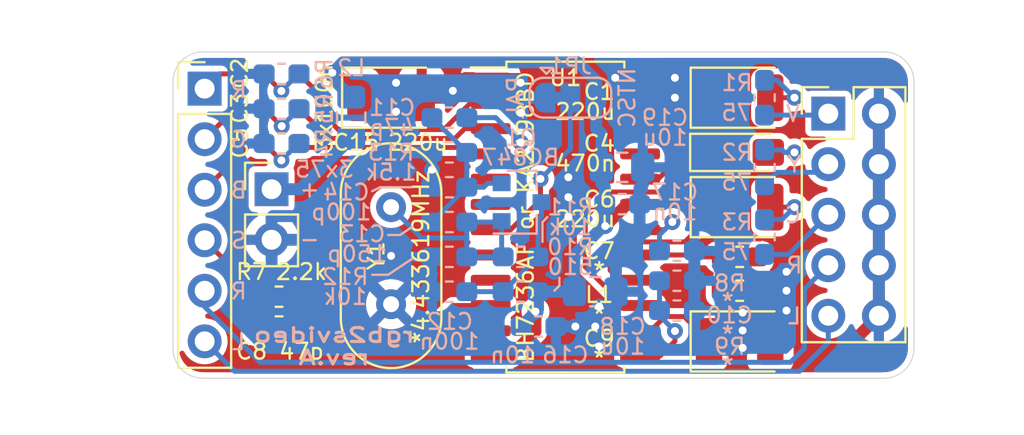
<source format=kicad_pcb>
(kicad_pcb (version 20210424) (generator pcbnew)
  (title_block (title "RGB to SVideo converter") (date "2021-03-08") (rev "A"))
  (layers (0 "F.Cu" signal) (31 "B.Cu" signal) (34 "B.Paste" user) (35 "F.Paste" user) (36 "B.SilkS" user "B.Silkscreen") (37 "F.SilkS" user "F.Silkscreen") (38 "B.Mask" user) (39 "F.Mask" user) (44 "Edge.Cuts" user))
  (net 0 "")
  (net 1 "R_IN")
  (net 2 "G_IN")
  (net 3 "B_IN")
  (net 4 "CSYNC_IN")
  (net 5 "Y_OUT")
  (net 6 "Net-(C5-Pad1)")
  (net 7 "GND")
  (net 8 "Audio_L")
  (net 9 "Audio_R")
  (net 10 "+5V")
  (net 11 "Net-(C1-Pad2)")
  (net 12 "Net-(C1-Pad1)")
  (net 13 "Net-(C2-Pad1)")
  (net 14 "Net-(C3-Pad1)")
  (net 15 "Net-(C4-Pad1)")
  (net 16 "Net-(C9-Pad1)")
  (net 17 "Net-(C10-Pad1)")
  (net 18 "Net-(C11-Pad1)")
  (net 19 "C_OUT")
  (net 20 "V_OUT")
  (net 21 "Net-(JP1-Pad2)")
  (net 22 "Net-(C4-Pad2)")
  (net 23 "Net-(C6-Pad1)")
  (net 24 "Net-(C7-Pad1)")
  (net 25 "Net-(C8-Pad1)")
  (net 26 "Net-(C6-Pad2)")
  (net 27 "Net-(C7-Pad2)")
  (net 28 "Net-(C11-Pad2)")
  (net 29 "Net-(C12-Pad1)")
  (net 30 "Net-(C13-Pad2)")
  (net 31 "Net-(R8-Pad1)")
  (net 32 "Net-(J3-Pad1)")
  (footprint "Connector_PinHeader_2.54mm:PinHeader_2x05_P2.54mm_Vertical" (layer "F.Cu") (at 166.7 95.3)
    (fp_text reference "J2" hide)
    (fp_text value "Conn_02x05_Odd_Even")
  )
  (footprint "Connector_PinHeader_2.54mm:PinHeader_1x06_P2.54mm_Vertical" (layer "F.Cu") (at 135.39 94.045)
    (fp_text reference "J1" hide)
    (fp_text value "Conn_01x06_Odd_Even")
  )
  (footprint "Connector_PinHeader_2.54mm:PinHeader_1x02_P2.54mm_Vertical" (layer "F.Cu") (at 138.75 99.1)
    (fp_text reference "J3" hide)
    (fp_text value "Conn_01x02_Odd_Even")
  )
  (footprint "Capacitor_Tantalum_SMD:CP_EIA-3528-12_Kemet-T" (layer "F.Cu") (at 162.25 94.5)
    (fp_text reference "C1")
    (fp_text value "220u")
  )
  (footprint "Capacitor_Tantalum_SMD:CP_EIA-3216-18_Kemet-A_Pad1.58x1.35mm_HandSolder" (layer "F.Cu") (at 162.25 97.25)
    (fp_text reference "C4")
    (fp_text value "470n")
  )
  (footprint "Capacitor_SMD:C_0603_1608Metric_Pad1.05x0.95mm_HandSolder" (layer "F.Cu") (at 139.125 106 180)
    (fp_text reference "C8")
    (fp_text value "47p")
  )
  (footprint "Capacitor_Tantalum_SMD:CP_EIA-3528-12_Kemet-T" (layer "F.Cu") (at 162.25 106.75)
    (fp_text reference "C9")
    (fp_text value "*")
  )
  (footprint "Inductor_SMD:L_0603_1608Metric_Pad1.05x0.95mm_HandSolder" (layer "F.Cu") (at 162.25 104.2)
    (fp_text reference "L1")
    (fp_text value "*")
  )
  (footprint "Resistor_SMD:R_0603_1608Metric_Pad1.05x0.95mm_HandSolder" (layer "F.Cu") (at 139.125 104.5 180)
    (fp_text reference "R7")
    (fp_text value "2.2k")
  )
  (footprint "Capacitor_Tantalum_SMD:CP_EIA-3528-12_Kemet-T" (layer "F.Cu") (at 162.25 100)
    (fp_text reference "C6")
    (fp_text value "220u")
  )
  (footprint "my:SOP-24_5.0x15.4mm_P1.27mm" (layer "F.Cu") (at 153.5 100.5)
    (fp_text reference "U1")
    (fp_text value "BH7236AF or KA2198BD")
  )
  (footprint "Crystal:Crystal_HC49-U_Vertical" (layer "F.Cu") (at 144.75 100 -90)
    (fp_text reference "Y1")
    (fp_text value "4.433619MHz")
  )
  (footprint "Capacitor_Tantalum_SMD:CP_EIA-3528-12_Kemet-T" (layer "F.Cu") (at 144.75 94.5)
    (fp_text reference "C15")
    (fp_text value "220u")
  )
  (footprint "Capacitor_SMD:C_0603_1608Metric_Pad1.05x0.95mm_HandSolder" (layer "F.Cu") (at 162.25 102.5 180)
    (fp_text reference "C7")
    (fp_text value "*")
  )
  (footprint "Capacitor_SMD:C_0603_1608Metric_Pad1.05x0.95mm_HandSolder" (layer "F.Cu") (at 139.25 93.3025 180)
    (fp_text reference "C2")
    (fp_text value "100n")
  )
  (footprint "Capacitor_SMD:C_0603_1608Metric_Pad1.05x0.95mm_HandSolder" (layer "F.Cu") (at 139.25 95.0525 180)
    (fp_text reference "C3")
    (fp_text value "100n")
  )
  (footprint "Capacitor_SMD:C_0603_1608Metric_Pad1.05x0.95mm_HandSolder" (layer "F.Cu") (at 139.25 96.8025 180)
    (fp_text reference "C5")
    (fp_text value "100n")
  )
  (footprint "Jumper:SolderJumper-3_P1.3mm_Bridged12_RoundedPad1.0x1.5mm" (layer "B.Cu") (at 153.75 94.5)
    (fp_text reference "JP1")
    (fp_text value "Jumper_3_Bridged12")
  )
  (footprint "Resistor_SMD:R_0603_1608Metric_Pad1.05x0.95mm_HandSolder" (layer "B.Cu") (at 163.5 94.5 90)
    (fp_text reference "R1")
    (fp_text value "75")
  )
  (footprint "Resistor_SMD:R_0603_1608Metric_Pad1.05x0.95mm_HandSolder" (layer "B.Cu") (at 163.5 98 90)
    (fp_text reference "R2")
    (fp_text value "75")
  )
  (footprint "Resistor_SMD:R_0603_1608Metric_Pad1.05x0.95mm_HandSolder" (layer "B.Cu") (at 163.5 101.5 90)
    (fp_text reference "R3")
    (fp_text value "75")
  )
  (footprint "Resistor_SMD:R_0603_1608Metric_Pad1.05x0.95mm_HandSolder" (layer "B.Cu") (at 139.25 96.8025 180)
    (fp_text reference "R4")
    (fp_text value "75")
  )
  (footprint "Resistor_SMD:R_0603_1608Metric_Pad1.05x0.95mm_HandSolder" (layer "B.Cu") (at 139.25 95.0525 180)
    (fp_text reference "R5")
    (fp_text value "75")
  )
  (footprint "Resistor_SMD:R_0603_1608Metric_Pad1.05x0.95mm_HandSolder" (layer "B.Cu") (at 139.25 93.3025 180)
    (fp_text reference "R6")
    (fp_text value "75")
  )
  (footprint "Package_TO_SOT_SMD:SOT-23" (layer "B.Cu") (at 151.3 99.75)
    (fp_text reference "Q1")
    (fp_text value "BC847")
  )
  (footprint "Capacitor_SMD:C_0603_1608Metric_Pad1.05x0.95mm_HandSolder" (layer "B.Cu") (at 147.675 99 180)
    (fp_text reference "C14")
    (fp_text value "100p")
  )
  (footprint "Resistor_SMD:R_0603_1608Metric_Pad1.05x0.95mm_HandSolder" (layer "B.Cu") (at 151.25 104.25 180)
    (fp_text reference "R10")
    (fp_text value "510")
  )
  (footprint "Resistor_SMD:R_0603_1608Metric_Pad1.05x0.95mm_HandSolder" (layer "B.Cu") (at 151.25 102.5 180)
    (fp_text reference "R11")
    (fp_text value "10k")
  )
  (footprint "Resistor_SMD:R_0603_1608Metric_Pad1.05x0.95mm_HandSolder" (layer "B.Cu") (at 147.675 102.5 180)
    (fp_text reference "R12")
    (fp_text value "10k")
  )
  (footprint "Resistor_SMD:R_0603_1608Metric_Pad1.05x0.95mm_HandSolder" (layer "B.Cu") (at 147.675 97.25 180)
    (fp_text reference "R13")
    (fp_text value "1.5k")
  )
  (footprint "Capacitor_SMD:C_0603_1608Metric_Pad1.05x0.95mm_HandSolder" (layer "B.Cu") (at 147.675 95.5 180)
    (fp_text reference "C11")
    (fp_text value "47p")
  )
  (footprint "Capacitor_SMD:C_0603_1608Metric_Pad1.05x0.95mm_HandSolder" (layer "B.Cu") (at 147.675 104.25 180)
    (fp_text reference "C12")
    (fp_text value "100n")
  )
  (footprint "Capacitor_SMD:C_0603_1608Metric_Pad1.05x0.95mm_HandSolder" (layer "B.Cu") (at 147.675 100.75)
    (fp_text reference "C13")
    (fp_text value "150p")
  )
  (footprint "Capacitor_SMD:C_0603_1608Metric_Pad1.05x0.95mm_HandSolder" (layer "B.Cu") (at 156.35 99.85)
    (fp_text reference "C17")
    (fp_text value "10n")
  )
  (footprint "Capacitor_SMD:C_0603_1608Metric_Pad1.05x0.95mm_HandSolder" (layer "B.Cu") (at 159.1 103.7)
    (fp_text reference "C10")
    (fp_text value "*")
  )
  (footprint "Resistor_SMD:R_0603_1608Metric_Pad1.05x0.95mm_HandSolder" (layer "B.Cu") (at 159.1 102.2)
    (fp_text reference "R8")
    (fp_text value "*")
  )
  (footprint "Resistor_SMD:R_0603_1608Metric_Pad1.05x0.95mm_HandSolder" (layer "B.Cu") (at 159.1 105.2)
    (fp_text reference "R9")
    (fp_text value "*")
  )
  (footprint "Capacitor_SMD:C_0805_2012Metric_Pad1.18x1.45mm_HandSolder" (layer "B.Cu") (at 156.35 98)
    (fp_text reference "C19")
    (fp_text value "10u")
  )
  (footprint "Capacitor_SMD:C_0805_2012Metric_Pad1.18x1.45mm_HandSolder" (layer "B.Cu") (at 155 104.25)
    (fp_text reference "C18")
    (fp_text value "10u")
  )
  (footprint "Capacitor_SMD:C_0603_1608Metric_Pad1.05x0.95mm_HandSolder" (layer "B.Cu") (at 152.15 106)
    (fp_text reference "C16")
    (fp_text value "10n")
  )
  (footprint "Inductor_SMD:L_0805_2012Metric_Pad1.15x1.40mm_HandSolder" (layer "B.Cu") (at 142.75 95.5 90)
    (fp_text reference "L2")
    (fp_text value "BLM21AG601SN")
  )
  (gr_line (start 152.35 100.75) (end 152.35 101.75) (layer "B.SilkS") (width 0.12))
  (gr_line (start 144.6 101.4) (end 145.2 101.4) (layer "B.SilkS") (width 0.12))
  (gr_line (start 143.8 99.2) (end 144.2 99) (layer "B.SilkS") (width 0.12))
  (gr_line (start 145.2 101.4) (end 145.8 101) (layer "B.SilkS") (width 0.12))
  (gr_line (start 144.2 99) (end 145.8 99) (layer "B.SilkS") (width 0.12))
  (gr_line (start 144.6 103.4) (end 145.8 102.6) (layer "B.SilkS") (width 0.12))
  (gr_line (start 143.8 103.4) (end 144.6 103.4) (layer "B.SilkS") (width 0.12))
  (gr_line (start 153.2 103.95) (end 152.95 104.2) (layer "B.SilkS") (width 0.12))
  (gr_line (start 152.6 100.5) (end 152.35 100.75) (layer "B.SilkS") (width 0.12))
  (gr_line (start 153.2 103.55) (end 153.2 103.95) (layer "B.SilkS") (width 0.12))
  (gr_line (start 133.8 107.1) (end 133.8 93.7) (layer "Edge.Cuts") (width 0.05))
  (gr_arc (start 169.5 107.1) (end 169.5 108.6) (angle -90) (layer "Edge.Cuts") (width 0.05))
  (gr_arc (start 135.3 107.1) (end 133.8 107.1) (angle -90) (layer "Edge.Cuts") (width 0.05))
  (gr_arc (start 135.3 93.7) (end 135.3 92.2) (angle -90) (layer "Edge.Cuts") (width 0.05))
  (gr_line (start 169.5 108.6) (end 135.3 108.6) (layer "Edge.Cuts") (width 0.05))
  (gr_line (start 169.5 92.2) (end 135.3 92.2) (layer "Edge.Cuts") (width 0.05))
  (gr_line (start 171 93.7) (end 171 107.1) (layer "Edge.Cuts") (width 0.05))
  (gr_arc (start 169.5 93.7) (end 171 93.7) (angle -90) (layer "Edge.Cuts") (width 0.05))
  (gr_text "rgb2svideo\nrev.A" (at 141.9 107) (layer "B.SilkS") (effects (font (size 0.7 1) (thickness 0.16)) (justify mirror)))
  (segment (start 139.235 94.1625) (end 138.375 93.3025) (width 0.25) (layer "F.Cu") (net 1))
  (segment (start 136.1325 93.3025) (end 135.39 94.045) (width 0.25) (layer "F.Cu") (net 1))
  (segment (start 138.375 93.3025) (end 136.1325 93.3025) (width 0.25) (layer "F.Cu") (net 1))
  (segment (start 139.24 94.1625) (end 139.235 94.1625) (width 0.25) (layer "F.Cu") (net 1))
  (via (at 139.24 94.1625) (size 0.8) (drill 0.4) (layers "F.Cu" "B.Cu") (net 1))
  (segment (start 140.125 93.3025) (end 140.1 93.3025) (width 0.25) (layer "B.Cu") (net 1))
  (segment (start 140.1 93.3025) (end 139.24 94.1625) (width 0.25) (layer "B.Cu") (net 1))
  (segment (start 138.375 95.0525) (end 136.9225 95.0525) (width 0.25) (layer "F.Cu") (net 2))
  (segment (start 136.9225 95.0525) (end 135.39 96.585) (width 0.25) (layer "F.Cu") (net 2))
  (segment (start 139.26 95.9325) (end 139.255 95.9325) (width 0.25) (layer "F.Cu") (net 2))
  (segment (start 139.255 95.9325) (end 138.375 95.0525) (width 0.25) (layer "F.Cu") (net 2))
  (via (at 139.26 95.9325) (size 0.8) (drill 0.4) (layers "F.Cu" "B.Cu") (net 2))
  (segment (start 140.125 95.0675) (end 139.26 95.9325) (width 0.25) (layer "B.Cu") (net 2))
  (segment (start 140.125 95.0525) (end 140.125 95.0675) (width 0.25) (layer "B.Cu") (net 2))
  (segment (start 137.7125 96.8025) (end 135.39 99.125) (width 0.25) (layer "F.Cu") (net 3))
  (segment (start 139.243407 97.649382) (end 139.221882 97.649382) (width 0.25) (layer "F.Cu") (net 3))
  (segment (start 135.75 99.125) (end 135.39 99.125) (width 0.25) (layer "F.Cu") (net 3))
  (segment (start 139.221882 97.649382) (end 138.375 96.8025) (width 0.25) (layer "F.Cu") (net 3))
  (segment (start 138.375 96.8025) (end 137.7125 96.8025) (width 0.25) (layer "F.Cu") (net 3))
  (via (at 139.243407 97.649382) (size 0.8) (drill 0.4) (layers "F.Cu" "B.Cu") (net 3))
  (segment (start 140.125 96.8025) (end 140.090289 96.8025) (width 0.25) (layer "B.Cu") (net 3))
  (segment (start 140.125 96.8025) (end 140.125 96.8275) (width 0.25) (layer "B.Cu") (net 3))
  (segment (start 140.090289 96.8025) (end 139.243407 97.649382) (width 0.25) (layer "B.Cu") (net 3))
  (segment (start 135.39 101.665) (end 138.225 104.5) (width 0.25) (layer "F.Cu") (net 4))
  (segment (start 138.225 104.5) (end 138.25 104.5) (width 0.25) (layer "F.Cu") (net 4))
  (segment (start 164.705 102.375) (end 163.5 102.375) (width 0.25) (layer "B.Cu") (net 5))
  (segment (start 164.705 102.375) (end 166.7 100.38) (width 0.25) (layer "B.Cu") (net 5))
  (segment (start 148.6625 97.325) (end 148.3375 97) (width 0.25) (layer "F.Cu") (net 6))
  (segment (start 140.3225 97) (end 140.125 96.8025) (width 0.25) (layer "F.Cu") (net 6))
  (segment (start 149.75 97.325) (end 148.6625 97.325) (width 0.25) (layer "F.Cu") (net 6))
  (segment (start 148.3375 97) (end 140.3225 97) (width 0.25) (layer "F.Cu") (net 6))
  (segment (start 145.184303 94.5) (end 145 94.315697) (width 0.6) (layer "F.Cu") (net 7))
  (segment (start 169.24 95.3) (end 169.24 105.46) (width 0.6) (layer "F.Cu") (net 7))
  (segment (start 148.485 93.515) (end 148.85 93.515) (width 0.6) (layer "F.Cu") (net 7))
  (segment (start 164.6 104.2) (end 164.6 105.2) (width 0.6) (layer "F.Cu") (net 7))
  (segment (start 156.015 93.515) (end 156 93.5) (width 0.25) (layer "F.Cu") (net 7))
  (segment (start 165.98321 107.48321) (end 165.25 106.75) (width 0.6) (layer "F.Cu") (net 7))
  (segment (start 138.75 103) (end 138.75 101.64) (width 0.25) (layer "F.Cu") (net 7))
  (segment (start 139.14999 105.10001) (end 139.14999 103.39999) (width 0.25) (layer "F.Cu") (net 7))
  (segment (start 146.2875 94.5) (end 147.5 94.5) (width 0.6) (layer "F.Cu") (net 7))
  (segment (start 151.5 93.5) (end 156 93.5) (width 0.25) (layer "F.Cu") (net 7))
  (segment (start 151.25 93.75) (end 151.25 95.241016) (width 0.25) (layer "F.Cu") (net 7))
  (segment (start 169.24 105.46) (end 167.21679 107.48321) (width 0.6) (layer "F.Cu") (net 7))
  (segment (start 157.25 93.515) (end 158.985 93.515) (width 0.25) (layer "F.Cu") (net 7))
  (segment (start 151.015 93.515) (end 151.25 93.75) (width 0.25) (layer "F.Cu") (net 7))
  (segment (start 145 94.315697) (end 145 93.750012) (width 0.6) (layer "F.Cu") (net 7))
  (segment (start 145.1 94.5) (end 145 94.6) (width 0.6) (layer "F.Cu") (net 7))
  (segment (start 145.3 94.5) (end 145.1 94.5) (width 0.6) (layer "F.Cu") (net 7))
  (segment (start 157.25 93.515) (end 156.015 93.515) (width 0.25) (layer "F.Cu") (net 7))
  (segment (start 163.7875 105.5375) (end 163.7875 106.75) (width 0.25) (layer "F.Cu") (net 7))
  (segment (start 165.25 106.75) (end 163.7875 106.75) (width 0.6) (layer "F.Cu") (net 7))
  (segment (start 145.3 94.5) (end 145.184303 94.5) (width 0.6) (layer "F.Cu") (net 7))
  (segment (start 155 105.2) (end 155.2 105) (width 0.25) (layer "F.Cu") (net 7))
  (segment (start 147.5 94.5) (end 148.485 93.515) (width 0.6) (layer "F.Cu") (net 7))
  (segment (start 138.25 106) (end 139.14999 105.10001) (width 0.25) (layer "F.Cu") (net 7))
  (segment (start 163.125 104.875) (end 163.7875 105.5375) (width 0.25) (layer "F.Cu") (net 7))
  (segment (start 154 106) (end 155 106) (width 0.25) (layer "F.Cu") (net 7))
  (segment (start 151.25 95.241016) (end 151.27138 95.262396) (width 0.25) (layer "F.Cu") (net 7))
  (segment (start 139.14999 103.39999) (end 138.75 103) (width 0.25) (layer "F.Cu") (net 7))
  (segment (start 163.7875 106.75) (end 162.72499 106.75) (width 0.6) (layer "F.Cu") (net 7))
  (segment (start 151.25 93.75) (end 151.5 93.5) (width 0.25) (layer "F.Cu") (net 7))
  (segment (start 167.21679 107.48321) (end 165.98321 107.48321) (width 0.6) (layer "F.Cu") (net 7))
  (segment (start 163.125 104.2) (end 163.125 104.875) (width 0.25) (layer "F.Cu") (net 7))
  (segment (start 155 106) (end 155 105.2) (width 0.25) (layer "F.Cu") (net 7))
  (segment (start 158.985 93.515) (end 159 93.5) (width 0.25) (layer "F.Cu") (net 7))
  (segment (start 162.72499 106.75) (end 162.4 107.07499) (width 0.6) (layer "F.Cu") (net 7))
  (segment (start 162.4 106.2) (end 162.4 107.07499) (width 0.6) (layer "F.Cu") (net 7))
  (segment (start 162.4 106.2) (end 162.4 105.3) (width 0.6) (layer "F.Cu") (net 7))
  (segment (start 163.125 104.2) (end 164.6 104.2) (width 0.6) (layer "F.Cu") (net 7))
  (segment (start 164.6 104.2) (end 164.6 103.25) (width 0.6) (layer "F.Cu") (net 7))
  (segment (start 146.2875 94.5) (end 145.3 94.5) (width 0.6) (layer "F.Cu") (net 7))
  (segment (start 145 94.6) (end 145 95.2) (width 0.6) (layer "F.Cu") (net 7))
  (segment (start 148.85 93.515) (end 151.015 93.515) (width 0.25) (layer "F.Cu") (net 7))
  (via (at 146.8 98.12) (size 0.8) (drill 0.4) (layers "F.Cu" "B.Cu") (net 7))
  (via (at 162.4 107.07499) (size 0.8) (drill 0.4) (layers "F.Cu" "B.Cu") (net 7))
  (via (at 159 94.5) (size 0.8) (drill 0.4) (layers "F.Cu" "B.Cu") (net 7))
  (via (at 155 106) (size 0.8) (drill 0.4) (layers "F.Cu" "B.Cu") (net 7))
  (via (at 162.4 105.3) (size 0.8) (drill 0.4) (layers "F.Cu" "B.Cu") (net 7))
  (via (at 151.27138 95.262396) (size 0.8) (drill 0.4) (layers "F.Cu" "B.Cu") (net 7))
  (via (at 164.6 103.25) (size 0.8) (drill 0.4) (layers "F.Cu" "B.Cu") (net 7))
  (via (at 153.65 98.5) (size 0.8) (drill 0.4) (layers "F.Cu" "B.Cu") (net 7))
  (via (at 145 93.750012) (size 0.8) (drill 0.4) (layers "F.Cu" "B.Cu") (net 7))
  (via (at 145 95.2) (size 0.8) (drill 0.4) (layers "F.Cu" "B.Cu") (net 7))
  (via (at 162.4 106.2) (size 0.8) (drill 0.4) (layers "F.Cu" "B.Cu") (net 7))
  (via (at 164.6 105.2) (size 0.8) (drill 0.4) (layers "F.Cu" "B.Cu") (net 7))
  (via (at 151.25 93.75) (size 0.8) (drill 0.4) (layers "F.Cu" "B.Cu") (net 7))
  (via (at 153.65 100.5) (size 0.8) (drill 0.4) (layers "F.Cu" "B.Cu") (net 7))
  (via (at 159 93.5) (size 0.8) (drill 0.4) (layers "F.Cu" "B.Cu") (net 7))
  (via (at 154 106) (size 0.8) (drill 0.4) (layers "F.Cu" "B.Cu") (net 7))
  (via (at 164.6 104.2) (size 0.8) (drill 0.4) (layers "F.Cu" "B.Cu") (net 7))
  (via (at 147.85 94.15) (size 0.8) (drill 0.4) (layers "F.Cu" "B.Cu") (net 7))
  (via (at 144.75 102.45) (size 0.8) (drill 0.4) (layers "F.Cu" "B.Cu") (net 7))
  (via (at 153.65 99.5) (size 0.8) (drill 0.4) (layers "F.Cu" "B.Cu") (net 7))
  (via (at 155.2 105) (size 0.8) (drill 0.4) (layers "F.Cu" "B.Cu") (net 7))
  (via (at 155.2 107) (size 0.8) (drill 0.4) (layers "F.Cu" "B.Cu") (net 7))
  (via (at 156 93.5) (size 0.8) (drill 0.4) (layers "F.Cu" "B.Cu") (net 7))
  (segment (start 159.975 107.125) (end 159.92502 107.17498) (width 0.6) (layer "B.Cu") (net 7))
  (segment (start 169.24 95.3) (end 169.24 105.46) (width 0.6) (layer "B.Cu") (net 7))
  (segment (start 155.02502 107.17498) (end 155.2 107) (width 0.25) (layer "B.Cu") (net 7))
  (segment (start 145 95.2) (end 145 96.75) (width 0.6) (layer "B.Cu") (net 7))
  (segment (start 155.02502 107.17498) (end 140.67498 107.17498) (width 0.6) (layer "B.Cu") (net 7))
  (segment (start 137.39 101.64) (end 138.75 101.64) (width 0.25) (layer "B.Cu") (net 7))
  (segment (start 157.225 101.066103) (end 156.0375 102.253603) (width 0.6) (layer "B.Cu") (net 7))
  (segment (start 138.75 101.64) (end 141.51 101.64) (width 0.6) (layer "B.Cu") (net 7))
  (segment (start 152.45 94.5) (end 151.5 94.5) (width 0.6) (layer "B.Cu") (net 7))
  (segment (start 144.75 104.88) (end 141.51 101.64) (width 0.6) (layer "B.Cu") (net 7))
  (segment (start 156.0375 102.253603) (end 156.0375 104.25) (width 0.6) (layer "B.Cu") (net 7))
  (segment (start 159.975 103.7) (end 159.975 105.2) (width 0.6) (layer "B.Cu") (net 7))
  (segment (start 162.4 105.3) (end 162.4 106.2) (width 0.6) (layer "B.Cu") (net 7))
  (segment (start 157.225 99.025) (end 157.225 99.85) (width 0.6) (layer "B.Cu") (net 7))
  (segment (start 146.8 103.375) (end 146.8 104.25) (width 0.25) (layer "B.Cu") (net 7))
  (segment (start 138.75 101.64) (end 138.75 105.25) (width 0.6) (layer "B.Cu") (net 7))
  (segment (start 145 96.75) (end 144.5 97.25) (width 0.6) (layer "B.Cu") (net 7))
  (segment (start 138.75 100.52) (end 138.820489 100.449511) (width 0.6) (layer "B.Cu") (net 7))
  (segment (start 138.75 105.25) (end 140.67498 107.17498) (width 0.6) (layer "B.Cu") (net 7))
  (segment (start 162.07502 107.17498) (end 159.92502 107.17498) (width 0.6) (layer "B.Cu") (net 7))
  (segment (start 146.8 97.25) (end 144.5 97.25) (width 0.6) (layer "B.Cu") (net 7))
  (segment (start 157.225 99.85) (end 157.225 101.066103) (width 0.6) (layer "B.Cu") (net 7))
  (segment (start 155.67502 107.17498) (end 155.67502 105.32498) (width 0.6) (layer "B.Cu") (net 7))
  (segment (start 138.375 96.8025) (end 137 96.8025) (width 0.25) (layer "B.Cu") (net 7))
  (segment (start 156.0375 104.9625) (end 155.67502 105.32498) (width 0.6) (layer "B.Cu") (net 7))
  (segment (start 155.7 107.15) (end 155.67502 107.17498) (width 0.6) (layer "B.Cu") (net 7))
  (segment (start 138.75 101.64) (end 138.75 100.52) (width 0.6) (layer "B.Cu") (net 7))
  (segment (start 138.375 95.0525) (end 137 95.0525) (width 0.25) (layer "B.Cu") (net 7))
  (segment (start 146.8 102.5) (end 146.8 103.375) (width 0.25) (layer "B.Cu") (net 7))
  (segment (start 145 95.2) (end 145 93.750012) (width 0.6) (layer "B.Cu") (net 7))
  (segment (start 141.300489 100.449511) (end 141.51 100.24) (width 0.6) (layer "B.Cu") (net 7))
  (segment (start 157.3875 98) (end 157.3875 98.8625) (width 0.6) (layer "B.Cu") (net 7))
  (segment (start 157.3875 98.8625) (end 157.225 99.025) (width 0.6) (layer "B.Cu") (net 7))
  (segment (start 141.51 100.24) (end 141.51 101.64) (width 0.6) (layer "B.Cu") (net 7))
  (segment (start 159.92502 107.17498) (end 155.67502 107.17498) (width 0.6) (layer "B.Cu") (net 7))
  (segment (start 146.8 97.25) (end 146.8 99) (width 0.25) (layer "B.Cu") (net 7))
  (segment (start 155 106) (end 155 106.8) (width 0.25) (layer "B.Cu") (net 7))
  (segment (start 162.4 107.07499) (end 162.4 106.2) (width 0.6) (layer "B.Cu") (net 7))
  (segment (start 155 106.8) (end 155.2 107) (width 0.25) (layer "B.Cu") (net 7))
  (segment (start 138.820489 100.449511) (end 141.300489 100.449511) (width 0.6) (layer "B.Cu") (net 7))
  (segment (start 153.025 106) (end 154 106) (width 0.6) (layer "B.Cu") (net 7))
  (segment (start 156.0375 104.25) (end 156.0375 104.9625) (width 0.6) (layer "B.Cu") (net 7))
  (segment (start 137 101.25) (end 137.39 101.64) (width 0.25) (layer "B.Cu") (net 7))
  (segment (start 144.75 104.88) (end 146.255 103.375) (width 0.6) (layer "B.Cu") (net 7))
  (segment (start 144.5 97.25) (end 141.51 100.24) (width 0.6) (layer "B.Cu") (net 7))
  (segment (start 146.255 103.375) (end 146.8 103.375) (width 0.6) (layer "B.Cu") (net 7))
  (segment (start 159.975 105.2) (end 159.975 107.125) (width 0.6) (layer "B.Cu") (net 7))
  (segment (start 137 101.25) (end 137 93.3025) (width 0.25) (layer "B.Cu") (net 7))
  (segment (start 155.67502 107.17498) (end 155.02502 107.17498) (width 0.6) (layer "B.Cu") (net 7))
  (segment (start 159.975 102.2) (end 159.975 103.7) (width 0.6) (layer "B.Cu") (net 7))
  (segment (start 138.375 93.3025) (end 137 93.3025) (width 0.25) (layer "B.Cu") (net 7))
  (segment (start 135.39 106.745) (end 136.895 108.25) (width 0.25) (layer "B.Cu") (net 8))
  (segment (start 136.895 108.25) (end 165.25 108.25) (width 0.25) (layer "B.Cu") (net 8))
  (segment (start 165.25 108.25) (end 166.7 106.8) (width 0.25) (layer "B.Cu") (net 8))
  (segment (start 166.7 106.8) (end 166.7 105.46) (width 0.25) (layer "B.Cu") (net 8))
  (segment (start 135.39 105.005998) (end 135.39 104.205) (width 0.25) (layer "B.Cu") (net 9))
  (segment (start 138.183992 107.79999) (end 135.39 105.005998) (width 0.25) (layer "B.Cu") (net 9))
  (segment (start 166.7 102.92) (end 165.5 104.12) (width 0.25) (layer "B.Cu") (net 9))
  (segment (start 165.5 107.1) (end 164.80001 107.79999) (width 0.25) (layer "B.Cu") (net 9))
  (segment (start 165.5 104.12) (end 165.5 107.1) (width 0.25) (layer "B.Cu") (net 9))
  (segment (start 164.80001 107.79999) (end 138.183992 107.79999) (width 0.25) (layer "B.Cu") (net 9))
  (segment (start 152 105.25) (end 152 106.235) (width 0.6) (layer "F.Cu") (net 10))
  (segment (start 143.2125 94.5) (end 141.962496 93.249996) (width 0.6) (layer "F.Cu") (net 10))
  (segment (start 152 106.235) (end 150.75 107.485) (width 0.6) (layer "F.Cu") (net 10))
  (segment (start 155.5 100.950999) (end 156.585999 99.865) (width 0.6) (layer "F.Cu") (net 10))
  (segment (start 156.585999 99.865) (end 157.25 99.865) (width 0.6) (layer "F.Cu") (net 10))
  (segment (start 141.962496 93.249996) (end 141.8 93.249996) (width 0.6) (layer "F.Cu") (net 10))
  (segment (start 150.75 107.485) (end 149.75 107.485) (width 0.6) (layer "F.Cu") (net 10))
  (via (at 141.8 93.249996) (size 0.8) (drill 0.4) (layers "F.Cu" "B.Cu") (net 10))
  (via (at 152 105.25) (size 0.8) (drill 0.4) (layers "F.Cu" "B.Cu") (net 10))
  (via (at 155.5 100.950999) (size 0.8) (drill 0.4) (layers "F.Cu" "B.Cu") (net 10))
  (segment (start 152.125 105.125) (end 152 105.25) (width 0.6) (layer "B.Cu") (net 10))
  (segment (start 152 105.25) (end 152 105.275) (width 0.6) (layer "B.Cu") (net 10))
  (segment (start 153.95 102.413059) (end 155.41206 100.950999) (width 0.6) (layer "B.Cu") (net 10))
  (segment (start 155.41206 100.950999) (end 155.5 100.950999) (width 0.6) (layer "B.Cu") (net 10))
  (segment (start 153.95 104.25) (end 152.125 104.25) (width 0.6) (layer "B.Cu") (net 10))
  (segment (start 155.05 96.05) (end 155.3125 96.3125) (width 0.6) (layer "B.Cu") (net 10))
  (segment (start 155.475 100.925999) (end 155.5 100.950999) (width 0.6) (layer "B.Cu") (net 10))
  (segment (start 142.324986 92.72501) (end 142.199999 92.849997) (width 0.6) (layer "B.Cu") (net 10))
  (segment (start 141.8 93.525) (end 142.75 94.475) (width 0.6) (layer "B.Cu") (net 10))
  (segment (start 155.05 93.652408) (end 154.122602 92.72501) (width 0.6) (layer "B.Cu") (net 10))
  (segment (start 155.05 94.5) (end 155.05 93.652408) (width 0.6) (layer "B.Cu") (net 10))
  (segment (start 155.05 94.5) (end 155.05 96.05) (width 0.6) (layer "B.Cu") (net 10))
  (segment (start 155.475 99.85) (end 155.475 100.925999) (width 0.6) (layer "B.Cu") (net 10))
  (segment (start 152 105.275) (end 151.275 106) (width 0.6) (layer "B.Cu") (net 10))
  (segment (start 155.475 98.975) (end 155.475 99.85) (width 0.6) (layer "B.Cu") (net 10))
  (segment (start 153.95 104.45) (end 153.95 102.413059) (width 0.6) (layer "B.Cu") (net 10))
  (segment (start 142.199999 92.849997) (end 141.8 93.249996) (width 0.6) (layer "B.Cu") (net 10))
  (segment (start 155.3125 98.8125) (end 155.475 98.975) (width 0.6) (layer "B.Cu") (net 10))
  (segment (start 154.122602 92.72501) (end 142.324986 92.72501) (width 0.6) (layer "B.Cu") (net 10))
  (segment (start 155.3125 98) (end 155.3125 98.8125) (width 0.6) (layer "B.Cu") (net 10))
  (segment (start 155.3125 96.3125) (end 155.3125 98) (width 0.6) (layer "B.Cu") (net 10))
  (segment (start 152.125 104.25) (end 152.125 105.125) (width 0.6) (layer "B.Cu") (net 10))
  (segment (start 141.8 93.249996) (end 141.8 93.525) (width 0.6) (layer "B.Cu") (net 10))
  (segment (start 165 94.5) (end 163.7875 94.5) (width 0.25) (layer "F.Cu") (net 11))
  (via (at 165 94.5) (size 0.8) (drill 0.4) (layers "F.Cu" "B.Cu") (net 11))
  (segment (start 163.5 93.625) (end 164.125 93.625) (width 0.25) (layer "B.Cu") (net 11))
  (segment (start 164.125 93.625) (end 165 94.5) (width 0.25) (layer "B.Cu") (net 11))
  (segment (start 159.25 95.9625) (end 159.25 97.495) (width 0.25) (layer "F.Cu") (net 12))
  (segment (start 158.15 98.595) (end 159.25 97.495) (width 0.25) (layer "F.Cu") (net 12))
  (segment (start 157.25 98.595) (end 158.15 98.595) (width 0.25) (layer "F.Cu") (net 12))
  (segment (start 160.7125 94.5) (end 159.25 95.9625) (width 0.25) (layer "F.Cu") (net 12))
  (segment (start 147.399021 96.100979) (end 148.715 94.785) (width 0.25) (layer "F.Cu") (net 13))
  (segment (start 140.125 93.3025) (end 141.25 94.4275) (width 0.25) (layer "F.Cu") (net 13))
  (segment (start 141.25 95.25) (end 142.100978 96.100978) (width 0.25) (layer "F.Cu") (net 13))
  (segment (start 142.100978 96.100978) (end 147.399021 96.100979) (width 0.25) (layer "F.Cu") (net 13))
  (segment (start 148.715 94.785) (end 149.75 94.785) (width 0.25) (layer "F.Cu") (net 13))
  (segment (start 141.25 94.4275) (end 141.25 95.25) (width 0.25) (layer "F.Cu") (net 13))
  (segment (start 148.445 96.055) (end 147.949511 96.550489) (width 0.25) (layer "F.Cu") (net 14))
  (segment (start 149.75 96.055) (end 148.445 96.055) (width 0.25) (layer "F.Cu") (net 14))
  (segment (start 141.622989 96.550489) (end 140.125 95.0525) (width 0.25) (layer "F.Cu") (net 14))
  (segment (start 147.949511 96.550489) (end 141.622989 96.550489) (width 0.25) (layer "F.Cu") (net 14))
  (segment (start 160.75 97.25) (end 158.75951 99.24049) (width 0.25) (layer "F.Cu") (net 15))
  (segment (start 158.75951 99.24049) (end 155.75951 99.24049) (width 0.25) (layer "F.Cu") (net 15))
  (segment (start 155.75951 99.24049) (end 154.5 100.5) (width 0.25) (layer "F.Cu") (net 15))
  (segment (start 154.5 103) (end 156.445 104.945) (width 0.25) (layer "F.Cu") (net 15))
  (segment (start 160.8125 97.25) (end 160.75 97.25) (width 0.25) (layer "F.Cu") (net 15))
  (segment (start 156.445 104.945) (end 157.25 104.945) (width 0.25) (layer "F.Cu") (net 15))
  (segment (start 154.5 100.5) (end 154.5 103) (width 0.25) (layer "F.Cu") (net 15))
  (segment (start 157.25 106.215) (end 157.785 106.215) (width 0.25) (layer "F.Cu") (net 16))
  (segment (start 158.5 105.5) (end 159.4625 105.5) (width 0.25) (layer "F.Cu") (net 16))
  (segment (start 157.785 106.215) (end 158.5 105.5) (width 0.25) (layer "F.Cu") (net 16))
  (segment (start 159.4625 105.5) (end 160.7125 106.75) (width 0.25) (layer "F.Cu") (net 16))
  (segment (start 159 106.735) (end 159 106.227884) (width 0.25) (layer "F.Cu") (net 17))
  (segment (start 157.25 107.485) (end 158.25 107.485) (width 0.25) (layer "F.Cu") (net 17))
  (segment (start 158.25 107.485) (end 159 106.735) (width 0.25) (layer "F.Cu") (net 17))
  (via (at 159 106.227884) (size 0.8) (drill 0.4) (layers "F.Cu" "B.Cu") (net 17))
  (segment (start 158.225 105.2) (end 158.225 105.452884) (width 0.25) (layer "B.Cu") (net 17))
  (segment (start 158.225 105.452884) (end 159 106.227884) (width 0.25) (layer "B.Cu") (net 17))
  (segment (start 158.225 103.7) (end 158.225 105.2) (width 0.25) (layer "B.Cu") (net 17))
  (segment (start 149.75 99.865) (end 150.75 99.865) (width 0.25) (layer "F.Cu") (net 18))
  (segment (start 150.75 99.865) (end 151.25 99.365) (width 0.25) (layer "F.Cu") (net 18))
  (segment (start 151.25 99.365) (end 151.25 96.75) (width 0.25) (layer "F.Cu") (net 18))
  (via (at 151.25 96.75) (size 0.8) (drill 0.4) (layers "F.Cu" "B.Cu") (net 18))
  (segment (start 151.25 96.75) (end 150 95.5) (width 0.25) (layer "B.Cu") (net 18))
  (segment (start 148.7 95.5) (end 148.55 95.5) (width 0.25) (layer "B.Cu") (net 18))
  (segment (start 148.75 95.5) (end 148.7 95.5) (width 0.25) (layer "B.Cu") (net 18))
  (segment (start 150 95.5) (end 148.55 95.5) (width 0.25) (layer "B.Cu") (net 18))
  (segment (start 166.29 98.25) (end 164.125 98.25) (width 0.25) (layer "B.Cu") (net 19))
  (segment (start 164.125 98.25) (end 163.5 98.875) (width 0.25) (layer "B.Cu") (net 19))
  (segment (start 166.7 97.84) (end 166.29 98.25) (width 0.25) (layer "B.Cu") (net 19))
  (segment (start 163.5 95.375) (end 166.625 95.375) (width 0.25) (layer "B.Cu") (net 20))
  (segment (start 166.625 95.375) (end 166.7 95.3) (width 0.25) (layer "B.Cu") (net 20))
  (segment (start 148.85 101.135) (end 149.95 101.135) (width 0.25) (layer "F.Cu") (net 21))
  (segment (start 149.75 101.135) (end 150.75 101.135) (width 0.25) (layer "F.Cu") (net 21))
  (segment (start 152.25 99.635) (end 152.25 98.582052) (width 0.25) (layer "F.Cu") (net 21))
  (segment (start 150.75 101.135) (end 152.25 99.635) (width 0.25) (layer "F.Cu") (net 21))
  (via (at 152.25 98.582052) (size 0.8) (drill 0.4) (layers "F.Cu" "B.Cu") (net 21))
  (segment (start 153.75 97.082052) (end 152.25 98.582052) (width 0.25) (layer "B.Cu") (net 21))
  (segment (start 153.75 94.5) (end 153.75 97.082052) (width 0.25) (layer "B.Cu") (net 21))
  (segment (start 163.6875 97.25) (end 165 97.25) (width 0.25) (layer "F.Cu") (net 22))
  (via (at 165 97.25) (size 0.8) (drill 0.4) (layers "F.Cu" "B.Cu") (net 22))
  (segment (start 164.375 97.125) (end 164.5 97.25) (width 0.25) (layer "B.Cu") (net 22))
  (segment (start 164.5 97.25) (end 165 97.25) (width 0.25) (layer "B.Cu") (net 22))
  (segment (start 164.375 97.125) (end 163.5 97.125) (width 0.25) (layer "B.Cu") (net 22))
  (segment (start 160.7125 100) (end 160.7125 100.5375) (width 0.25) (layer "F.Cu") (net 23))
  (segment (start 156.244532 101.75) (end 155.75 102.244532) (width 0.25) (layer "F.Cu") (net 23))
  (segment (start 155.75 102.244532) (end 155.75 103.175) (width 0.25) (layer "F.Cu") (net 23))
  (segment (start 159.5 101.75) (end 156.244532 101.75) (width 0.25) (layer "F.Cu") (net 23))
  (segment (start 160.7125 100.5375) (end 159.5 101.75) (width 0.25) (layer "F.Cu") (net 23))
  (segment (start 156.25 103.675) (end 157.25 103.675) (width 0.25) (layer "F.Cu") (net 23))
  (segment (start 155.75 103.175) (end 156.25 103.675) (width 0.25) (layer "F.Cu") (net 23))
  (segment (start 163.075 102.5) (end 161.375 104.2) (width 0.25) (layer "F.Cu") (net 24))
  (segment (start 163.125 102.5) (end 163.075 102.5) (width 0.25) (layer "F.Cu") (net 24))
  (segment (start 140.8 106.8) (end 140 106) (width 0.25) (layer "F.Cu") (net 25))
  (segment (start 146 106.8) (end 140.8 106.8) (width 0.25) (layer "F.Cu") (net 25))
  (segment (start 147.855 104.945) (end 149.75 104.945) (width 0.25) (layer "F.Cu") (net 25))
  (segment (start 140 104.5) (end 140 106) (width 0.25) (layer "F.Cu") (net 25))
  (segment (start 147.855 104.945) (end 146 106.8) (width 0.25) (layer "F.Cu") (net 25))
  (segment (start 163.7875 100) (end 165 100) (width 0.25) (layer "F.Cu") (net 26))
  (via (at 165 100) (size 0.8) (drill 0.4) (layers "F.Cu" "B.Cu") (net 26))
  (segment (start 164.375 100.625) (end 165 100) (width 0.25) (layer "B.Cu") (net 26))
  (segment (start 164.375 100.625) (end 163.5 100.625) (width 0.25) (layer "B.Cu") (net 26))
  (segment (start 160.155 102.405) (end 160.25 102.5) (width 0.25) (layer "F.Cu") (net 27))
  (segment (start 160.25 102.5) (end 161.375 102.5) (width 0.25) (layer "F.Cu") (net 27))
  (segment (start 160.155 102.405) (end 157.25 102.405) (width 0.25) (layer "F.Cu") (net 27))
  (segment (start 149.6 98.8) (end 149.4 99) (width 0.25) (layer "B.Cu") (net 28))
  (segment (start 148.55 97.25) (end 148.55 99) (width 0.25) (layer "B.Cu") (net 28))
  (segment (start 149.4 99) (end 149 99) (width 0.25) (layer "B.Cu") (net 28))
  (segment (start 146.8 95.5) (end 148.55 97.25) (width 0.25) (layer "B.Cu") (net 28))
  (segment (start 149 99) (end 148.55 99) (width 0.25) (layer "B.Cu") (net 28))
  (segment (start 146.8 100.75) (end 148.55 99) (width 0.25) (layer "B.Cu") (net 28))
  (segment (start 150.3 98.8) (end 149.6 98.8) (width 0.25) (layer "B.Cu") (net 28))
  (segment (start 152.3 100.45) (end 152.3 99.75) (width 0.25) (layer "B.Cu") (net 29))
  (segment (start 152.125 102.5) (end 150.375 104.25) (width 0.25) (layer "B.Cu") (net 29))
  (segment (start 152.125 100.625) (end 152.3 100.45) (width 0.25) (layer "B.Cu") (net 29))
  (segment (start 152.125 102.5) (end 152.125 100.625) (width 0.25) (layer "B.Cu") (net 29))
  (segment (start 148.55 104.25) (end 150.375 104.25) (width 0.25) (layer "B.Cu") (net 29))
  (segment (start 150.25 100.75) (end 150.3 100.7) (width 0.25) (layer "B.Cu") (net 30))
  (segment (start 145.499999 100.749999) (end 145.499999 100.770509) (width 0.25) (layer "B.Cu") (net 30))
  (segment (start 148.55 100.75) (end 150.25 100.75) (width 0.25) (layer "B.Cu") (net 30))
  (segment (start 148.55 100.75) (end 148.55 101.55) (width 0.25) (layer "B.Cu") (net 30))
  (segment (start 144.75 100) (end 145.499999 100.749999) (width 0.25) (layer "B.Cu") (net 30))
  (segment (start 145.499999 100.770509) (end 146.2795 101.55001) (width 0.25) (layer "B.Cu") (net 30))
  (segment (start 148.55 101.55) (end 148.55 102.5) (width 0.25) (layer "B.Cu") (net 30))
  (segment (start 150.3 102.425) (end 150.375 102.5) (width 0.25) (layer "B.Cu") (net 30))
  (segment (start 146.2795 101.55001) (end 148.54999 101.55001) (width 0.25) (layer "B.Cu") (net 30))
  (segment (start 150.3 100.7) (end 150.3 102.425) (width 0.25) (layer "B.Cu") (net 30))
  (segment (start 150.375 102.5) (end 148.55 102.5) (width 0.25) (layer "B.Cu") (net 30))
  (segment (start 148.54999 101.55001) (end 148.55 101.55) (width 0.25) (layer "B.Cu") (net 30))
  (segment (start 157.25 101.135) (end 158.483996 101.135) (width 0.25) (layer "F.Cu") (net 31))
  (segment (start 158.483996 101.135) (end 158.868996 100.75) (width 0.25) (layer "F.Cu") (net 31))
  (via (at 158.868996 100.75) (size 0.8) (drill 0.4) (layers "F.Cu" "B.Cu") (net 31))
  (segment (start 158.225 102.2) (end 158.225 101.393996) (width 0.25) (layer "B.Cu") (net 31))
  (segment (start 158.225 101.393996) (end 158.868996 100.75) (width 0.25) (layer "B.Cu") (net 31))
  (segment (start 139.275 99.1) (end 138.19 99.1) (width 0.6) (layer "B.Cu") (net 32))
  (segment (start 142.75 96.525) (end 140.175 99.1) (width 0.6) (layer "B.Cu") (net 32))
  (segment (start 140.175 99.1) (end 138.75 99.1) (width 0.6) (layer "B.Cu") (net 32))
  (zone (net 7) (net_name "GND") (layer "F.Cu") (connect_pads (clearance 0.3)) (min_thickness 0.254) (fill yes (thermal_gap 0.508) (thermal_bridge_width 0.508))
    (polygon (pts (xy 133.4 92) (xy 171.2 92) (xy 171.2 108.8) (xy 133.4 108.8)))
  )
  (zone (net 0) (net_name "") (layer "B.Cu") (connect_pads (clearance 0)) (min_thickness 0.254)
    (keepout (tracks allowed) (vias allowed) (pads allowed) (copperpour not_allowed) (footprints allowed))
    (fill (thermal_gap 0.508) (thermal_bridge_width 0.508))
    (polygon (pts (xy 153.6 95.6) (xy 151.6 95.6) (xy 151.6 93.4) (xy 153.6 93.4)))
  )
  (zone (net 0) (net_name "") (layer "B.Cu") (connect_pads (clearance 0)) (min_thickness 0.254)
    (keepout (tracks allowed) (vias allowed) (pads allowed) (copperpour not_allowed) (footprints allowed))
    (fill (thermal_gap 0.508) (thermal_bridge_width 0.508))
    (polygon (pts (xy 143.2 101.5) (xy 143.2 98.55) (xy 146.15 98.55)))
  )
  (zone (net 7) (net_name "GND") (layer "B.Cu") (connect_pads (clearance 0.3)) (min_thickness 0.254) (fill yes (thermal_gap 0.508) (thermal_bridge_width 0.508))
    (polygon (pts (xy 133.4 92) (xy 171.2 92) (xy 171.2 108.8) (xy 133.4 108.8)))
  )
)
</source>
